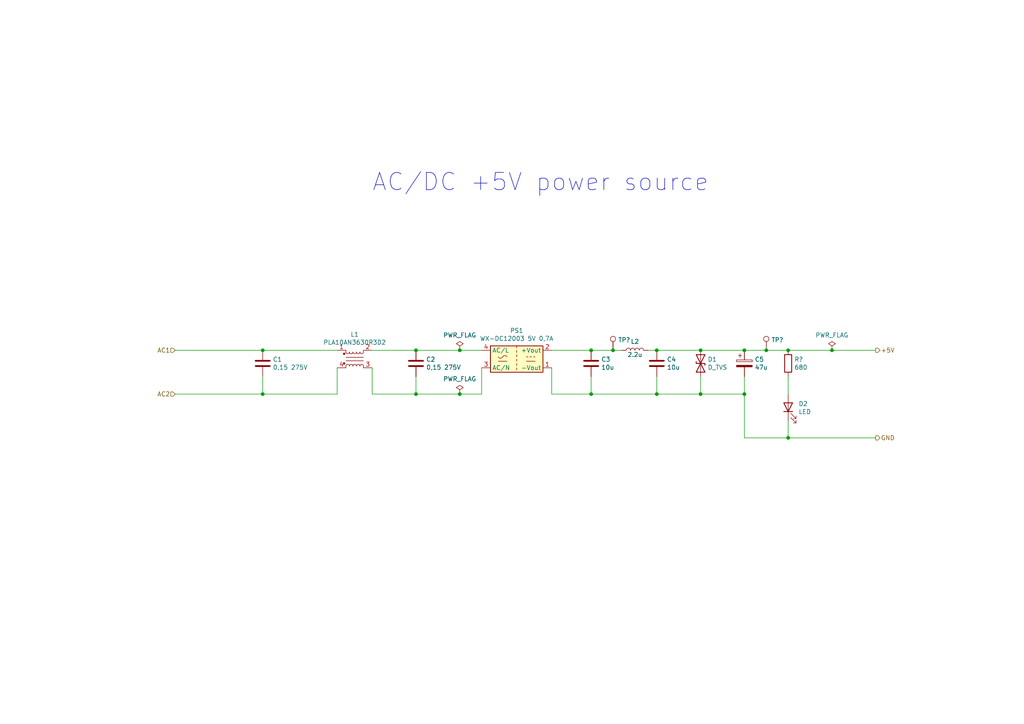
<source format=kicad_sch>
(kicad_sch (version 20231120) (generator "eeschema") (generator_version "8.0")
  (paper "A4")
  (title_block (title "Furnace 230V") (date "2021-08-26") (rev "1.0") (company "Yuriy Volkov"))
  (lib_symbols
    (symbol "ac-dc:AC-DC"
      (property "Reference" "PS" (at 0 5.08 0))
      (property "Value" "AC-DC" (at 0 -5.08 0))
      (symbol "AC-DC_0_1"
        (rectangle (start -7.62 3.81) (end 7.62 -3.81) (stroke (width 0.254)) (fill (type background)))
        (arc (start -5.334 0.635) (mid -4.699 0.2495) (end -4.064 0.635))
        (arc (start -2.794 0.635) (mid -3.429 1.0072) (end -4.064 0.635))
        (polyline (pts (xy -5.334 -0.635) (xy -2.794 -0.635)))
        (polyline (pts (xy 0 -2.54) (xy 0 -3.175)))
        (polyline (pts (xy 0 -1.27) (xy 0 -1.905)))
        (polyline (pts (xy 0 0) (xy 0 -0.635)))
        (polyline (pts (xy 0 1.27) (xy 0 0.635)))
        (polyline (pts (xy 0 2.54) (xy 0 1.905)))
        (polyline (pts (xy 0 3.81) (xy 0 3.175)))
        (polyline (pts (xy 2.794 -0.635) (xy 5.334 -0.635)))
        (polyline (pts (xy 2.794 0.635) (xy 3.302 0.635)))
        (polyline (pts (xy 3.81 0.635) (xy 4.318 0.635)))
        (polyline (pts (xy 4.826 0.635) (xy 5.334 0.635)))
      )
      (symbol "AC-DC_1_1"
        (pin power_out line (at 10.16 -2.54 180) (length 2.54) (name "-Vout") (number "1"))
        (pin power_out line (at 10.16 2.54 180) (length 2.54) (name "+Vout") (number "2"))
        (pin power_in line (at -10.16 -2.54 0) (length 2.54) (name "AC/N") (number "3"))
        (pin power_in line (at -10.16 2.54 0) (length 2.54) (name "AC/L") (number "4"))
      )
    )
    (symbol "furnace_230V-rescue:C-Device" (pin_numbers hide) (pin_names (offset 0.254))
      (property "Reference" "C" (at 0.635 2.54 0))
      (property "Value" "C-Device" (at 0.635 -2.54 0))
      (symbol "C-Device_0_1"
        (polyline (pts (xy -2.032 -0.762) (xy 2.032 -0.762)) (stroke (width 0.508)))
        (polyline (pts (xy -2.032 0.762) (xy 2.032 0.762)) (stroke (width 0.508)))
      )
      (symbol "C-Device_1_1"
        (pin passive line (at 0 3.81 270) (length 2.794) (name "~") (number "1"))
        (pin passive line (at 0 -3.81 90) (length 2.794) (name "~") (number "2"))
      )
    )
    (symbol "furnace_230V-rescue:CP-Device" (pin_numbers hide) (pin_names (offset 0.254))
      (property "Reference" "C" (at 0.635 2.54 0))
      (property "Value" "CP-Device" (at 0.635 -2.54 0))
      (symbol "CP-Device_0_1"
        (rectangle (start -2.286 0.508) (end 2.286 1.016))
        (polyline (pts (xy -1.778 2.286) (xy -0.762 2.286)))
        (polyline (pts (xy -1.27 2.794) (xy -1.27 1.778)))
        (rectangle (start 2.286 -0.508) (end -2.286 -1.016) (fill (type outline)))
      )
      (symbol "CP-Device_1_1"
        (pin passive line (at 0 3.81 270) (length 2.794) (name "~") (number "1"))
        (pin passive line (at 0 -3.81 90) (length 2.794) (name "~") (number "2"))
      )
    )
    (symbol "furnace_230V-rescue:D_TVS-Device" (pin_numbers hide) (pin_names (offset 1.016) hide)
      (property "Reference" "D" (at 0 2.54 0))
      (property "Value" "D_TVS-Device" (at 0 -2.54 0))
      (symbol "D_TVS-Device_0_1"
        (polyline (pts (xy 1.27 0) (xy -1.27 0)))
        (polyline (pts (xy 0.508 1.27) (xy 0 1.27) (xy 0 -1.27) (xy -0.508 -1.27)) (stroke (width 0.254)))
        (polyline (pts (xy -2.54 1.27) (xy -2.54 -1.27) (xy 2.54 1.27) (xy 2.54 -1.27) (xy -2.54 1.27)) (stroke (width 0.254)))
      )
      (symbol "D_TVS-Device_1_1"
        (pin passive line (at -3.81 0 0) (length 2.54) (name "A1") (number "1"))
        (pin passive line (at 3.81 0 180) (length 2.54) (name "A2") (number "2"))
      )
    )
    (symbol "furnace_230V-rescue:L-Device" (pin_numbers hide) (pin_names (offset 1.016) hide)
      (property "Reference" "L" (at -1.27 0 90))
      (property "Value" "L-Device" (at 1.905 0 90))
      (symbol "L-Device_0_1"
        (arc (start 0 -2.54) (mid 0.635 -1.905) (end 0 -1.27))
        (arc (start 0 -1.27) (mid 0.635 -0.635) (end 0 0))
        (arc (start 0 0) (mid 0.635 0.635) (end 0 1.27))
        (arc (start 0 1.27) (mid 0.635 1.905) (end 0 2.54))
      )
      (symbol "L-Device_1_1"
        (pin passive line (at 0 3.81 270) (length 1.27) (name "1") (number "1"))
        (pin passive line (at 0 -3.81 90) (length 1.27) (name "2") (number "2"))
      )
    )
    (symbol "furnace_230V-rescue:LED-Device" (pin_numbers hide) (pin_names (offset 1.016) hide)
      (property "Reference" "D" (at 0 2.54 0))
      (property "Value" "LED-Device" (at 0 -2.54 0))
      (symbol "LED-Device_0_1"
        (polyline (pts (xy -1.27 -1.27) (xy -1.27 1.27)) (stroke (width 0.254)))
        (polyline (pts (xy -1.27 0) (xy 1.27 0)))
        (polyline (pts (xy 1.27 -1.27) (xy 1.27 1.27) (xy -1.27 0) (xy 1.27 -1.27)) (stroke (width 0.254)))
        (polyline (pts (xy -3.048 -0.762) (xy -4.572 -2.286) (xy -3.81 -2.286) (xy -4.572 -2.286) (xy -4.572 -1.524)))
        (polyline (pts (xy -1.778 -0.762) (xy -3.302 -2.286) (xy -2.54 -2.286) (xy -3.302 -2.286) (xy -3.302 -1.524)))
      )
      (symbol "LED-Device_1_1"
        (pin passive line (at -3.81 0 0) (length 2.54) (name "K") (number "1"))
        (pin passive line (at 3.81 0 180) (length 2.54) (name "A") (number "2"))
      )
    )
    (symbol "furnace_230V-rescue:L_Core_Iron_Coupled_1243-Device" (pin_names (offset 0.254) hide)
      (property "Reference" "L" (at 0 4.445 0))
      (property "Value" "L_Core_Iron_Coupled_1243-Device" (at 0 -4.445 0))
      (symbol "L_Core_Iron_Coupled_1243-Device_0_1"
        (circle (center -3.048 -1.27) (radius 0.254) (fill (type outline)))
        (circle (center -3.048 1.524) (radius 0.254) (fill (type outline)))
        (arc (start -2.54 2.032) (mid -2.032 1.524) (end -1.524 2.032))
        (arc (start -1.524 -2.032) (mid -2.032 -1.524) (end -2.54 -2.032))
        (arc (start -1.524 2.032) (mid -1.016 1.524) (end -0.508 2.032))
        (arc (start -0.508 -2.032) (mid -1.016 -1.524) (end -1.524 -2.032))
        (arc (start -0.508 2.032) (mid 0 1.524) (end 0.508 2.032))
        (polyline (pts (xy -2.54 -2.032) (xy -2.54 -2.54)))
        (polyline (pts (xy -2.54 0.508) (xy 2.54 0.508)))
        (polyline (pts (xy -2.54 2.032) (xy -2.54 2.54)))
        (polyline (pts (xy 2.54 -2.032) (xy 2.54 -2.54)))
        (polyline (pts (xy 2.54 -0.508) (xy -2.54 -0.508)))
        (polyline (pts (xy 2.54 2.54) (xy 2.54 2.032)))
        (arc (start 0.508 -2.032) (mid 0 -1.524) (end -0.508 -2.032))
        (arc (start 0.508 2.032) (mid 1.016 1.524) (end 1.524 2.032))
        (arc (start 1.524 -2.032) (mid 1.016 -1.524) (end 0.508 -2.032))
        (arc (start 1.524 2.032) (mid 2.032 1.524) (end 2.54 2.032))
        (arc (start 2.54 -2.032) (mid 2.032 -1.524) (end 1.524 -2.032))
      )
      (symbol "L_Core_Iron_Coupled_1243-Device_1_1"
        (pin passive line (at -5.08 2.54 0) (length 2.54) (name "1") (number "1"))
        (pin passive line (at 5.08 2.54 180) (length 2.54) (name "2") (number "2"))
        (pin passive line (at 5.08 -2.54 180) (length 2.54) (name "3") (number "3"))
        (pin passive line (at -5.08 -2.54 0) (length 2.54) (name "4") (number "4"))
      )
    )
    (symbol "furnace_230V-rescue:R-Device" (pin_numbers hide) (pin_names (offset 0))
      (property "Reference" "R" (at 2.032 0 90))
      (property "Value" "R-Device" (at 0 0 90))
      (symbol "R-Device_0_1"
        (rectangle (start -1.016 -2.54) (end 1.016 2.54) (stroke (width 0.254)))
      )
      (symbol "R-Device_1_1"
        (pin passive line (at 0 3.81 270) (length 1.27) (name "~") (number "1"))
        (pin passive line (at 0 -3.81 90) (length 1.27) (name "~") (number "2"))
      )
    )
    (symbol "furnace_230V-rescue:TestPoint-Connector" (pin_numbers hide) (pin_names (offset 0.762) hide)
      (property "Reference" "TP" (at 0 6.858 0))
      (property "Value" "TestPoint-Connector" (at 0 5.08 0))
      (symbol "TestPoint-Connector_0_1"
        (circle (center 0 3.302) (radius 0.762))
      )
      (symbol "TestPoint-Connector_1_1"
        (pin passive line (at 0 0 90) (length 2.54) (name "1") (number "1"))
      )
    )
    (symbol "power:PWR_FLAG" (power) (pin_numbers hide) (pin_names (offset 0) hide)
      (property "Value" "PWR_FLAG" (at 0 3.81 0))
      (symbol "PWR_FLAG_0_0"
        (pin power_out line (at 0 0 90) (length 0) (name "~") (number "1"))
      )
      (symbol "PWR_FLAG_0_1"
        (polyline (pts (xy 0 0) (xy 0 1.27) (xy -1.016 1.905) (xy 0 2.54) (xy 1.016 1.905) (xy 0 1.27)))
      )
    )
  )
  (junction (at 133.35 101.6))
  (junction (at 190.5 101.6))
  (junction (at 120.65 101.6))
  (junction (at 177.8 101.6))
  (junction (at 76.2 114.3))
  (junction (at 228.6 101.6))
  (junction (at 203.2 114.3))
  (junction (at 120.65 114.3))
  (junction (at 228.6 127))
  (junction (at 133.35 114.3))
  (junction (at 241.3 101.6))
  (junction (at 190.5 114.3))
  (junction (at 171.45 101.6))
  (junction (at 171.45 114.3))
  (junction (at 203.2 101.6))
  (junction (at 215.9 114.3))
  (junction (at 215.9 101.6))
  (junction (at 222.25 101.6))
  (junction (at 76.2 101.6))
  (wire (pts (xy 203.2 109.22) (xy 203.2 114.3)))
  (wire (pts (xy 76.2 101.6) (xy 97.79 101.6)))
  (wire (pts (xy 76.2 114.3) (xy 97.79 114.3)))
  (wire (pts (xy 120.65 101.6) (xy 133.35 101.6)))
  (wire (pts (xy 171.45 101.6) (xy 177.8 101.6)))
  (wire (pts (xy 187.96 101.6) (xy 190.5 101.6)))
  (wire (pts (xy 228.6 121.92) (xy 228.6 127)))
  (wire (pts (xy 228.6 127) (xy 254 127)))
  (wire (pts (xy 76.2 109.22) (xy 76.2 114.3)))
  (wire (pts (xy 222.25 101.6) (xy 228.6 101.6)))
  (wire (pts (xy 203.2 101.6) (xy 215.9 101.6)))
  (wire (pts (xy 120.65 109.22) (xy 120.65 114.3)))
  (wire (pts (xy 241.3 101.6) (xy 254 101.6)))
  (wire (pts (xy 120.65 114.3) (xy 133.35 114.3)))
  (wire (pts (xy 190.5 114.3) (xy 203.2 114.3)))
  (wire (pts (xy 107.95 101.6) (xy 120.65 101.6)))
  (wire (pts (xy 190.5 109.22) (xy 190.5 114.3)))
  (wire (pts (xy 228.6 109.22) (xy 228.6 114.3)))
  (wire (pts (xy 133.35 101.6) (xy 139.7 101.6)))
  (wire (pts (xy 50.8 101.6) (xy 76.2 101.6)))
  (wire (pts (xy 107.95 114.3) (xy 120.65 114.3)))
  (wire (pts (xy 160.02 114.3) (xy 171.45 114.3)))
  (wire (pts (xy 203.2 114.3) (xy 215.9 114.3)))
  (wire (pts (xy 50.8 114.3) (xy 76.2 114.3)))
  (wire (pts (xy 215.9 114.3) (xy 215.9 127)))
  (wire (pts (xy 215.9 101.6) (xy 222.25 101.6)))
  (wire (pts (xy 133.35 114.3) (xy 139.7 114.3)))
  (wire (pts (xy 160.02 106.68) (xy 160.02 114.3)))
  (wire (pts (xy 97.79 114.3) (xy 97.79 106.68)))
  (wire (pts (xy 171.45 114.3) (xy 190.5 114.3)))
  (wire (pts (xy 160.02 101.6) (xy 171.45 101.6)))
  (wire (pts (xy 215.9 109.22) (xy 215.9 114.3)))
  (wire (pts (xy 190.5 101.6) (xy 203.2 101.6)))
  (wire (pts (xy 215.9 127) (xy 228.6 127)))
  (wire (pts (xy 107.95 106.68) (xy 107.95 114.3)))
  (wire (pts (xy 228.6 101.6) (xy 241.3 101.6)))
  (wire (pts (xy 139.7 114.3) (xy 139.7 106.68)))
  (wire (pts (xy 171.45 109.22) (xy 171.45 114.3)))
  (wire (pts (xy 177.8 101.6) (xy 180.34 101.6)))
  (text "AC/DC +5V power source" (at 205.74 55.88 0) (effects (font (size 5.0038 5.0038)) (justify right bottom)))
  (hierarchical_label "AC2" (shape input) (at 50.8 114.3 180))
  (hierarchical_label "+5V" (shape output) (at 254 101.6 0))
  (hierarchical_label "AC1" (shape input) (at 50.8 101.6 180))
  (hierarchical_label "GND" (shape output) (at 254 127 0))
  (symbol (lib_id "ac-dc:AC-DC") (at 149.86 104.14 0) (unit 1)
    (property "Reference" "PS1" (at 149.86 95.885 0))
    (property "Value" "WX-DC12003 5V 0,7A" (at 149.86 98.1964 0))
    (property "Footprint" "furnace_230V:WX-DC12003" (effects (hide yes)))
  )
  (symbol (lib_id "furnace_230V-rescue:C-Device") (at 76.2 105.41 0) (unit 1)
    (property "Reference" "C1" (at 79.121 104.2416 0) (effects (justify left)))
    (property "Value" "0,15 275V" (at 79.121 106.553 0) (effects (justify left)))
    (property "Footprint" "Capacitor_THT:C_Rect_L18.0mm_W7.0mm_P15.00mm_FKS3_FKP3" (effects (hide yes)))
  )
  (symbol (lib_id "furnace_230V-rescue:C-Device") (at 120.65 105.41 0) (unit 1)
    (property "Reference" "C2" (at 123.571 104.2416 0) (effects (justify left)))
    (property "Value" "0,15 275V" (at 123.571 106.553 0) (effects (justify left)))
    (property "Footprint" "Capacitor_THT:C_Rect_L18.0mm_W7.0mm_P15.00mm_FKS3_FKP3" (effects (hide yes)))
  )
  (symbol (lib_id "furnace_230V-rescue:L_Core_Iron_Coupled_1243-Device") (at 102.87 104.14 0) (unit 1)
    (property "Reference" "L1" (at 102.87 97.0026 0))
    (property "Value" "PLA10AN3630R3D2" (at 102.87 99.314 0))
    (property "Footprint" "furnace_230V:L_CommonMode_PLA10" (effects (hide yes)))
  )
  (symbol (lib_id "furnace_230V-rescue:C-Device") (at 171.45 105.41 0) (unit 1)
    (property "Reference" "C3" (at 174.371 104.2416 0) (effects (justify left)))
    (property "Value" "10u" (at 174.371 106.553 0) (effects (justify left)))
    (property "Footprint" "Capacitor_SMD:C_1206_3216Metric_Pad1.42x1.75mm_HandSolder" (effects (hide yes)))
  )
  (symbol (lib_id "furnace_230V-rescue:C-Device") (at 190.5 105.41 0) (unit 1)
    (property "Reference" "C4" (at 193.421 104.2416 0) (effects (justify left)))
    (property "Value" "10u" (at 193.421 106.553 0) (effects (justify left)))
    (property "Footprint" "Capacitor_SMD:C_1206_3216Metric_Pad1.42x1.75mm_HandSolder" (effects (hide yes)))
  )
  (symbol (lib_id "furnace_230V-rescue:L-Device") (at 184.15 101.6 90) (unit 1)
    (property "Reference" "L2" (at 184.15 99.06 90))
    (property "Value" "2.2u" (at 184.15 102.87 90))
    (property "Footprint" "Inductor_THT:L_Axial_L7.0mm_D3.3mm_P10.16mm_Horizontal_Fastron_MICC" (effects (hide yes)))
  )
  (symbol (lib_id "furnace_230V-rescue:D_TVS-Device") (at 203.2 105.41 270) (unit 1)
    (property "Reference" "D1" (at 205.232 104.2416 90) (effects (justify left)))
    (property "Value" "D_TVS" (at 205.232 106.553 90) (effects (justify left)))
    (property "Footprint" "Diode_SMD:D_SMB_Handsoldering" (effects (hide yes)))
  )
  (symbol (lib_id "furnace_230V-rescue:TestPoint-Connector") (at 177.8 101.6 0) (unit 1)
    (property "Reference" "TP?" (at 179.2732 98.6028 0) (effects (justify left)))
    (property "Value" "TestPoint" (effects (hide yes)))
    (property "Footprint" "furnace_230V:TP" (effects (hide yes)))
    (instances (project "" (path "" (reference "TP?") (unit 1)) (path "" (reference "TP1") (unit 1)) (path "" (reference "TP?") (unit 1))))
  )
  (symbol (lib_id "furnace_230V-rescue:TestPoint-Connector") (at 222.25 101.6 0) (unit 1)
    (property "Reference" "TP?" (at 223.7232 98.6028 0) (effects (justify left)))
    (property "Value" "TestPoint" (effects (hide yes)))
    (property "Footprint" "furnace_230V:TP" (effects (hide yes)))
    (instances (project "" (path "" (reference "TP?") (unit 1)) (path "" (reference "TP2") (unit 1)) (path "" (reference "TP?") (unit 1))))
  )
  (symbol (lib_id "furnace_230V-rescue:R-Device") (at 228.6 105.41 0) (unit 1)
    (property "Reference" "R?" (at 230.378 104.2416 0) (effects (justify left)))
    (property "Value" "680" (at 230.378 106.553 0) (effects (justify left)))
    (property "Footprint" "Resistor_SMD:R_0603_1608Metric_Pad1.05x0.95mm_HandSolder" (effects (hide yes)))
    (instances (project "" (path "" (reference "R?") (unit 1)) (path "" (reference "R1") (unit 1)) (path "" (reference "R?") (unit 1)) (path "" (reference "R?") (unit 1))))
  )
  (symbol (lib_id "furnace_230V-rescue:LED-Device") (at 228.6 118.11 90) (unit 1)
    (property "Reference" "D2" (at 231.5972 117.1194 90) (effects (justify right)))
    (property "Value" "LED" (at 231.5972 119.4308 90) (effects (justify right)))
    (property "Footprint" "LED_SMD:LED_1206_3216Metric_ReverseMount_Hole1.8x2.4mm" (effects (hide yes)))
  )
  (symbol (lib_id "furnace_230V-rescue:CP-Device") (at 215.9 105.41 0) (unit 1)
    (property "Reference" "C5" (at 218.8972 104.2416 0) (effects (justify left)))
    (property "Value" "47u" (at 218.8972 106.553 0) (effects (justify left)))
    (property "Footprint" "Capacitor_THT:CP_Radial_D5.0mm_P2.00mm" (effects (hide yes)))
  )
  (symbol (lib_id "power:PWR_FLAG") (at 133.35 101.6 0) (unit 1)
    (property "Reference" "#FLG0101" (effects (hide yes)))
    (property "Value" "PWR_FLAG" (at 133.35 97.2058 0))
  )
  (symbol (lib_id "power:PWR_FLAG") (at 133.35 114.3 0) (unit 1)
    (property "Reference" "#FLG0102" (effects (hide yes)))
    (property "Value" "PWR_FLAG" (at 133.35 109.9058 0))
  )
  (symbol (lib_id "power:PWR_FLAG") (at 241.3 101.6 0) (unit 1)
    (property "Reference" "#FLG0103" (effects (hide yes)))
    (property "Value" "PWR_FLAG" (at 241.3 97.2058 0))
  )
)
</source>
